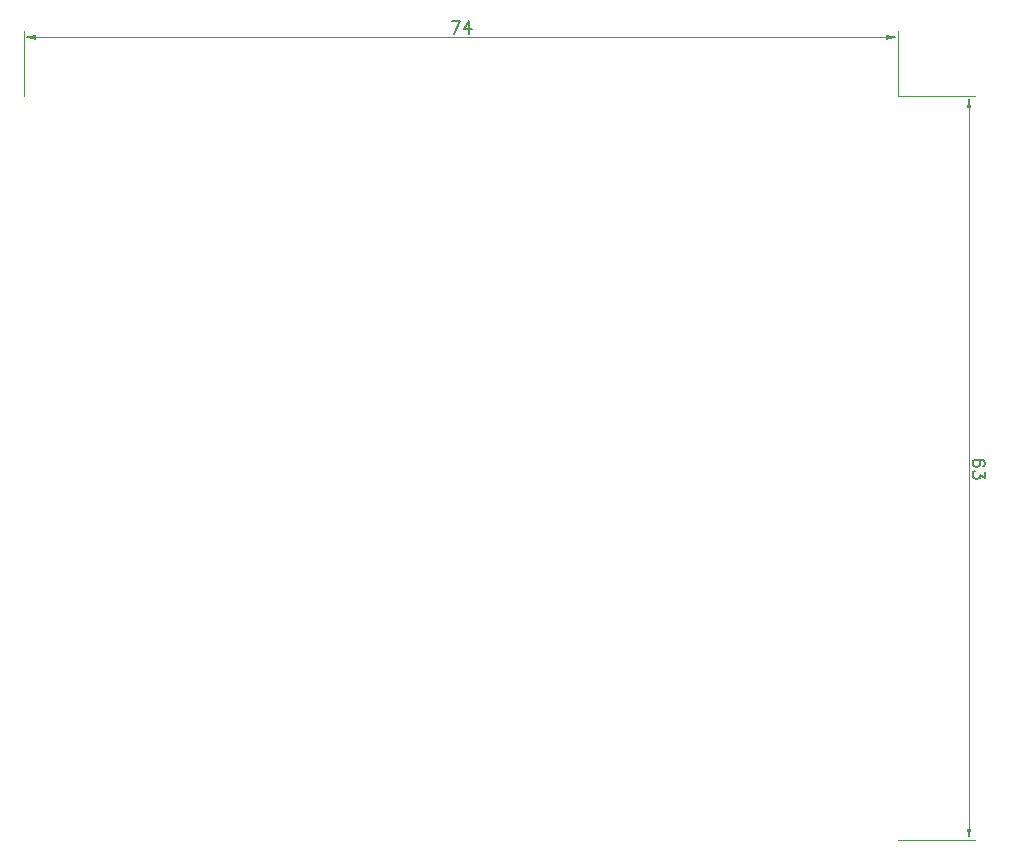
<source format=gbr>
%TF.GenerationSoftware,Novarm,DipTrace,4.0.0.5*%
%TF.CreationDate,2022-05-21T16:57:35-06:00*%
%FSLAX26Y26*%
%MOIN*%
%TF.FileFunction,Drawing,Top*%
%TF.Part,Single*%
%ADD13C,0.001181*%
%ADD57C,0.006176*%
G75*
G01*
%LPD*%
X393701Y2874016D2*
D13*
Y3090551D1*
X3307087Y2874016D2*
Y3090551D1*
X1850394Y3070866D2*
X433071D1*
G36*
X393701D2*
X433071Y3078740D1*
Y3062992D1*
X393701Y3070866D1*
G37*
X1850394D2*
D13*
X3267717D1*
G36*
X3307087D2*
X3267717Y3062992D1*
Y3078740D1*
X3307087Y3070866D1*
G37*
Y393701D2*
D13*
X3562992D1*
X3307087Y2874016D2*
X3562992D1*
X3543307Y1633858D2*
Y433071D1*
G36*
Y393701D2*
X3535433Y433071D1*
X3551181D1*
X3543307Y393701D1*
G37*
Y1633858D2*
D13*
Y2834646D1*
G36*
Y2874016D2*
X3551181Y2834646D1*
X3535433D1*
X3543307Y2874016D1*
G37*
X1827210Y3083077D2*
D57*
X1846355Y3123225D1*
X1819561D1*
X1877852Y3083077D2*
Y3123225D1*
X1858707Y3096474D1*
X1887403D1*
X3589962Y1639820D2*
X3593764Y1641721D1*
X3595666Y1647469D1*
Y1651272D1*
X3593764Y1657020D1*
X3588016Y1660867D1*
X3578466Y1662768D1*
X3568915D1*
X3561266Y1660867D1*
X3557419Y1657020D1*
X3555518Y1651272D1*
Y1649371D1*
X3557419Y1643667D1*
X3561266Y1639820D1*
X3567014Y1637919D1*
X3568915D1*
X3574663Y1639820D1*
X3578466Y1643667D1*
X3580367Y1649371D1*
Y1651272D1*
X3578466Y1657020D1*
X3574663Y1660867D1*
X3568915Y1662768D1*
X3595666Y1621721D2*
Y1600718D1*
X3580367Y1612170D1*
Y1606422D1*
X3578466Y1602620D1*
X3576564Y1600718D1*
X3570816Y1598773D1*
X3567014D1*
X3561266Y1600718D1*
X3557419Y1604521D1*
X3555518Y1610269D1*
Y1616017D1*
X3557419Y1621721D1*
X3559365Y1623622D1*
X3563167Y1625567D1*
M02*

</source>
